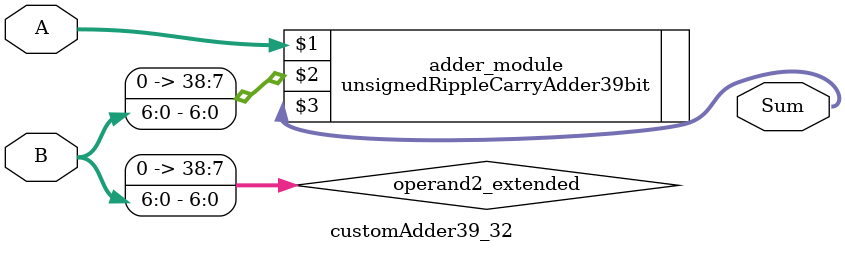
<source format=v>
module customAdder39_32(
                        input [38 : 0] A,
                        input [6 : 0] B,
                        
                        output [39 : 0] Sum
                );

        wire [38 : 0] operand2_extended;
        
        assign operand2_extended =  {32'b0, B};
        
        unsignedRippleCarryAdder39bit adder_module(
            A,
            operand2_extended,
            Sum
        );
        
        endmodule
        
</source>
